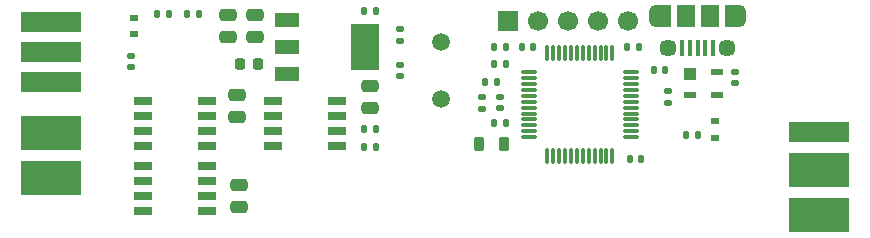
<source format=gts>
%TF.GenerationSoftware,KiCad,Pcbnew,(6.0.0)*%
%TF.CreationDate,2022-02-22T19:35:41+02:00*%
%TF.ProjectId,ServoController,53657276-6f43-46f6-9e74-726f6c6c6572,rev?*%
%TF.SameCoordinates,PXe3ed9c0PYb6ddf70*%
%TF.FileFunction,Soldermask,Top*%
%TF.FilePolarity,Negative*%
%FSLAX46Y46*%
G04 Gerber Fmt 4.6, Leading zero omitted, Abs format (unit mm)*
G04 Created by KiCad (PCBNEW (6.0.0)) date 2022-02-22 19:35:41*
%MOMM*%
%LPD*%
G01*
G04 APERTURE LIST*
G04 Aperture macros list*
%AMRoundRect*
0 Rectangle with rounded corners*
0 $1 Rounding radius*
0 $2 $3 $4 $5 $6 $7 $8 $9 X,Y pos of 4 corners*
0 Add a 4 corners polygon primitive as box body*
4,1,4,$2,$3,$4,$5,$6,$7,$8,$9,$2,$3,0*
0 Add four circle primitives for the rounded corners*
1,1,$1+$1,$2,$3*
1,1,$1+$1,$4,$5*
1,1,$1+$1,$6,$7*
1,1,$1+$1,$8,$9*
0 Add four rect primitives between the rounded corners*
20,1,$1+$1,$2,$3,$4,$5,0*
20,1,$1+$1,$4,$5,$6,$7,0*
20,1,$1+$1,$6,$7,$8,$9,0*
20,1,$1+$1,$8,$9,$2,$3,0*%
G04 Aperture macros list end*
%ADD10RoundRect,0.140000X0.140000X0.170000X-0.140000X0.170000X-0.140000X-0.170000X0.140000X-0.170000X0*%
%ADD11RoundRect,0.135000X-0.135000X-0.185000X0.135000X-0.185000X0.135000X0.185000X-0.135000X0.185000X0*%
%ADD12R,0.700000X0.600000*%
%ADD13RoundRect,0.135000X0.185000X-0.135000X0.185000X0.135000X-0.185000X0.135000X-0.185000X-0.135000X0*%
%ADD14C,1.500000*%
%ADD15R,5.100000X3.000000*%
%ADD16RoundRect,0.140000X-0.140000X-0.170000X0.140000X-0.170000X0.140000X0.170000X-0.140000X0.170000X0*%
%ADD17RoundRect,0.250000X0.475000X-0.250000X0.475000X0.250000X-0.475000X0.250000X-0.475000X-0.250000X0*%
%ADD18R,1.700000X1.700000*%
%ADD19C,1.700000*%
%ADD20R,5.100000X1.700000*%
%ADD21RoundRect,0.218750X0.218750X0.381250X-0.218750X0.381250X-0.218750X-0.381250X0.218750X-0.381250X0*%
%ADD22RoundRect,0.140000X0.170000X-0.140000X0.170000X0.140000X-0.170000X0.140000X-0.170000X-0.140000X0*%
%ADD23R,2.032000X1.300000*%
%ADD24R,2.332000X3.957600*%
%ADD25R,0.400000X1.350000*%
%ADD26R,1.200000X1.900000*%
%ADD27O,1.200000X1.900000*%
%ADD28R,1.500000X1.900000*%
%ADD29C,1.450000*%
%ADD30O,1.400000X0.260000*%
%ADD31O,0.260000X1.400000*%
%ADD32R,1.600000X0.650000*%
%ADD33RoundRect,0.140000X-0.170000X0.140000X-0.170000X-0.140000X0.170000X-0.140000X0.170000X0.140000X0*%
%ADD34RoundRect,0.135000X0.135000X0.185000X-0.135000X0.185000X-0.135000X-0.185000X0.135000X-0.185000X0*%
%ADD35RoundRect,0.250000X-0.475000X0.250000X-0.475000X-0.250000X0.475000X-0.250000X0.475000X0.250000X0*%
%ADD36RoundRect,0.225000X0.225000X0.250000X-0.225000X0.250000X-0.225000X-0.250000X0.225000X-0.250000X0*%
%ADD37RoundRect,0.147500X0.147500X0.172500X-0.147500X0.172500X-0.147500X-0.172500X0.147500X-0.172500X0*%
%ADD38R,1.000000X1.000000*%
%ADD39R,1.000000X0.550000*%
%ADD40RoundRect,0.135000X-0.185000X0.135000X-0.185000X-0.135000X0.185000X-0.135000X0.185000X0.135000X0*%
G04 APERTURE END LIST*
D10*
X41730000Y-10500000D03*
X40770000Y-10500000D03*
D11*
X39990000Y-7000000D03*
X41010000Y-7000000D03*
D12*
X10250000Y-2950000D03*
X10250000Y-1550000D03*
D11*
X51990000Y-4000000D03*
X53010000Y-4000000D03*
D13*
X39750000Y-9260000D03*
X39750000Y-8240000D03*
D10*
X41730000Y-5500000D03*
X40770000Y-5500000D03*
D14*
X36250000Y-8450000D03*
X36250000Y-3570000D03*
D15*
X3227500Y-15092500D03*
X3227500Y-11282500D03*
D16*
X54270000Y-6000000D03*
X55230000Y-6000000D03*
D17*
X19000000Y-9950000D03*
X19000000Y-8050000D03*
D18*
X41920000Y-1850000D03*
D19*
X44460000Y-1850000D03*
X47000000Y-1850000D03*
X49540000Y-1850000D03*
X52080000Y-1850000D03*
D20*
X3227500Y-7020000D03*
X3227500Y-4480000D03*
X3227500Y-1940000D03*
D10*
X30730000Y-1000000D03*
X29770000Y-1000000D03*
X44080000Y-4050000D03*
X43120000Y-4050000D03*
D12*
X59500000Y-11700000D03*
X59500000Y-10300000D03*
D11*
X40740000Y-4000000D03*
X41760000Y-4000000D03*
D21*
X41562500Y-12250000D03*
X39437500Y-12250000D03*
D22*
X41250000Y-9230000D03*
X41250000Y-8270000D03*
D23*
X23198000Y-1714000D03*
X23198000Y-4000000D03*
X23198000Y-6286000D03*
D24*
X29802000Y-4000000D03*
D25*
X59300000Y-4142500D03*
X58650000Y-4142500D03*
X58000000Y-4142500D03*
X57350000Y-4142500D03*
X56700000Y-4142500D03*
D26*
X60900000Y-1442500D03*
X55100000Y-1442500D03*
D27*
X61500000Y-1442500D03*
D28*
X57000000Y-1442500D03*
D27*
X54500000Y-1442500D03*
D28*
X59000000Y-1442500D03*
D29*
X55500000Y-4142500D03*
X60500000Y-4142500D03*
D30*
X43670000Y-6160000D03*
X43670000Y-6660000D03*
X43670000Y-7160000D03*
X43670000Y-7660000D03*
X43670000Y-8160000D03*
X43670000Y-8660000D03*
X43670000Y-9160000D03*
X43670000Y-9660000D03*
X43670000Y-10160000D03*
X43670000Y-10660000D03*
X43670000Y-11160000D03*
X43670000Y-11660000D03*
D31*
X45270000Y-13260000D03*
X45770000Y-13260000D03*
X46270000Y-13260000D03*
X46770000Y-13260000D03*
X47270000Y-13260000D03*
X47770000Y-13260000D03*
X48270000Y-13260000D03*
X48770000Y-13260000D03*
X49270000Y-13260000D03*
X49770000Y-13260000D03*
X50270000Y-13260000D03*
X50770000Y-13260000D03*
D30*
X52370000Y-11660000D03*
X52370000Y-11160000D03*
X52370000Y-10660000D03*
X52370000Y-10160000D03*
X52370000Y-9660000D03*
X52370000Y-9160000D03*
X52370000Y-8660000D03*
X52370000Y-8160000D03*
X52370000Y-7660000D03*
X52370000Y-7160000D03*
X52370000Y-6660000D03*
X52370000Y-6160000D03*
D31*
X50770000Y-4560000D03*
X50270000Y-4560000D03*
X49770000Y-4560000D03*
X49270000Y-4560000D03*
X48770000Y-4560000D03*
X48270000Y-4560000D03*
X47770000Y-4560000D03*
X47270000Y-4560000D03*
X46770000Y-4560000D03*
X46270000Y-4560000D03*
X45770000Y-4560000D03*
X45270000Y-4560000D03*
D32*
X16450000Y-17905000D03*
X16450000Y-16635000D03*
X16450000Y-15365000D03*
X16450000Y-14095000D03*
X11050000Y-14095000D03*
X11050000Y-15365000D03*
X11050000Y-16635000D03*
X11050000Y-17905000D03*
D17*
X18250000Y-3200000D03*
X18250000Y-1300000D03*
D33*
X10000000Y-4770000D03*
X10000000Y-5730000D03*
D32*
X27450000Y-12405000D03*
X27450000Y-11135000D03*
X27450000Y-9865000D03*
X27450000Y-8595000D03*
X22050000Y-8595000D03*
X22050000Y-9865000D03*
X22050000Y-11135000D03*
X22050000Y-12405000D03*
D33*
X61150000Y-6120000D03*
X61150000Y-7080000D03*
D20*
X68272500Y-11230000D03*
D15*
X68272500Y-14405000D03*
X68272500Y-18215000D03*
D34*
X58010000Y-11500000D03*
X56990000Y-11500000D03*
D22*
X32750000Y-3480000D03*
X32750000Y-2520000D03*
D34*
X30775000Y-11000000D03*
X29755000Y-11000000D03*
X13260000Y-1250000D03*
X12240000Y-1250000D03*
D35*
X30250000Y-7300000D03*
X30250000Y-9200000D03*
D36*
X20775000Y-5500000D03*
X19225000Y-5500000D03*
D17*
X20500000Y-3200000D03*
X20500000Y-1300000D03*
D37*
X30750000Y-12500000D03*
X29780000Y-12500000D03*
D38*
X57350000Y-6340000D03*
D39*
X57350000Y-8060000D03*
X59650000Y-8060000D03*
X59650000Y-6140000D03*
D40*
X55500000Y-7740000D03*
X55500000Y-8760000D03*
D22*
X32750000Y-6480000D03*
X32750000Y-5520000D03*
D35*
X19200000Y-15700000D03*
X19200000Y-17600000D03*
D16*
X52270000Y-13500000D03*
X53230000Y-13500000D03*
D32*
X16450000Y-12405000D03*
X16450000Y-11135000D03*
X16450000Y-9865000D03*
X16450000Y-8595000D03*
X11050000Y-8595000D03*
X11050000Y-9865000D03*
X11050000Y-11135000D03*
X11050000Y-12405000D03*
D16*
X14770000Y-1250000D03*
X15730000Y-1250000D03*
M02*

</source>
